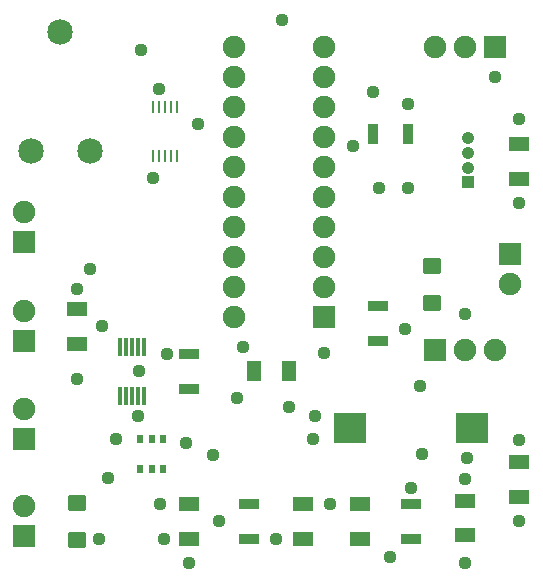
<source format=gbs>
G04 ================== begin FILE IDENTIFICATION RECORD ==================*
G04 Layout Name:  WCSA_SystemSchem_4-Layer.brd*
G04 Film Name:    SMB*
G04 File Format:  Gerber RS274X*
G04 File Origin:  Cadence Allegro 17.4-S013*
G04 Origin Date:  Thu May  5 23:29:30 2022*
G04 *
G04 Layer:  VIA CLASS/SOLDERMASK_BOTTOM*
G04 Layer:  PIN/SOLDERMASK_BOTTOM*
G04 *
G04 Offset:    (0.00 0.00)*
G04 Mirror:    No*
G04 Mode:      Positive*
G04 Rotation:  0*
G04 FullContactRelief:  No*
G04 UndefLineWidth:     5.00*
G04 ================== end FILE IDENTIFICATION RECORD ====================*
%FSLAX25Y25*MOIN*%
%IR0*IPPOS*OFA0.00000B0.00000*MIA0B0*SFA1.00000B1.00000*%
%ADD25C,.041*%
%ADD18R,.009X.042*%
%ADD15C,.044*%
%ADD24R,.041X.041*%
%ADD11C,.075*%
%ADD12C,.085*%
%ADD10R,.075X.075*%
%ADD21R,.105X.1*%
%ADD17R,.012X.059*%
%ADD16R,.02X.03156*%
%ADD19R,.06811X.03819*%
%ADD22R,.03819X.06811*%
%ADD23R,.07165X.04882*%
%ADD14R,.07165X.04567*%
%ADD20R,.04567X.07165*%
%AMMACRO13*
4,1,40,.03091,-.01924,
.03091,.01924,
.030792,.020582,
.030443,.021884,
.029874,.023105,
.029101,.024209,
.028148,.025162,
.027044,.025935,
.025822,.026504,
.02452,.026853,
.02318,.02697,
-.02318,.02697,
-.024522,.026852,
-.025824,.026503,
-.027045,.025934,
-.028149,.025161,
-.029102,.024208,
-.029875,.023104,
-.030444,.021882,
-.030793,.02058,
-.03091,.01924,
-.03091,-.01924,
-.030792,-.020582,
-.030443,-.021884,
-.029874,-.023105,
-.029101,-.024209,
-.028148,-.025162,
-.027044,-.025935,
-.025822,-.026504,
-.02452,-.026853,
-.02318,-.02697,
.02318,-.02697,
.024522,-.026852,
.025824,-.026503,
.027045,-.025934,
.028149,-.025161,
.029102,-.024208,
.029875,-.023104,
.030444,-.021882,
.030793,-.02058,
.03091,-.01924,
0.0*
%
%ADD13MACRO13*%
%LPD*%
G75*
G54D10*
X-80000Y-80000D03*
Y-47500D03*
Y-15000D03*
Y18000D03*
X20000Y-7000D03*
X57000Y-18000D03*
X82000Y14000D03*
X77000Y83000D03*
G54D20*
X-3307Y-25000D03*
X8307D03*
G54D11*
X-80000Y-70000D03*
Y-37500D03*
Y-5000D03*
Y28000D03*
X-10000Y-7000D03*
Y3000D03*
Y13000D03*
Y23000D03*
Y33000D03*
Y43000D03*
Y53000D03*
Y63000D03*
Y73000D03*
Y83000D03*
X20000Y13000D03*
Y3000D03*
Y43000D03*
Y33000D03*
Y23000D03*
Y63000D03*
Y53000D03*
Y73000D03*
Y83000D03*
X67000Y-18000D03*
Y83000D03*
X57000D03*
X77000Y-18000D03*
X82000Y4000D03*
G54D21*
X28750Y-44000D03*
X69250D03*
G54D12*
X-77842Y48630D03*
X-58158D03*
X-68000Y88000D03*
G54D13*
X-62500Y-81299D03*
Y-68780D03*
X56000Y-2299D03*
Y10220D03*
G54D22*
X36173Y54000D03*
X47827D03*
G54D14*
X-62500Y-15807D03*
Y-4193D03*
X-25000Y-80807D03*
Y-69193D03*
X13000Y-80807D03*
Y-69193D03*
X32000Y-80807D03*
Y-69193D03*
X85000Y-55193D03*
Y-66807D03*
Y39193D03*
Y50807D03*
G54D23*
X67000Y-79669D03*
Y-68331D03*
G54D24*
X68000Y38000D03*
G54D15*
X-62500Y-27500D03*
Y2500D03*
X-58000Y9000D03*
X-55000Y-80827D03*
X-33500Y-80807D03*
X-34807Y-69193D03*
X-52000Y-60500D03*
X-49500Y-47600D03*
X-42000Y-40000D03*
X-41700Y-24700D03*
X-32400Y-19173D03*
X-54086Y-10000D03*
X-37100Y39400D03*
X-34950Y69000D03*
X-41000Y82200D03*
X-25000Y-89000D03*
X-15000Y-75000D03*
X-9000Y-34000D03*
X-17000Y-53000D03*
X-26000Y-48900D03*
X-6927Y-16928D03*
X-22000Y57500D03*
X4000Y-80807D03*
X16400Y-47500D03*
X17000Y-40000D03*
X8307Y-37000D03*
X6000Y92000D03*
X42000Y-87000D03*
X22000Y-69193D03*
X20000Y-19000D03*
X38400Y36000D03*
X29600Y50000D03*
X36173Y68300D03*
X67000Y-89000D03*
Y-61000D03*
X67500Y-54000D03*
X49000Y-64000D03*
X52500Y-52500D03*
X52000Y-30000D03*
X67000Y-6000D03*
X47000Y-11000D03*
X47800Y36200D03*
X47827Y64173D03*
X85000Y-75000D03*
Y-48000D03*
Y31000D03*
Y59000D03*
X77000Y73000D03*
G54D16*
X-41250Y-57400D03*
X-37500D03*
X-33750D03*
Y-47600D03*
X-37500D03*
X-41250D03*
G54D25*
X68000Y42921D03*
Y52764D03*
Y47843D03*
G54D17*
X-46000Y-33100D03*
X-44000D03*
X-42000D03*
X-40100D03*
X-47900D03*
X-40100Y-16900D03*
X-42000D03*
X-44000D03*
X-46000D03*
X-47900D03*
G54D18*
X-36950Y46800D03*
X-34950D03*
X-33000D03*
Y63200D03*
X-34950D03*
X-36950D03*
X-31000Y46800D03*
X-29050D03*
Y63200D03*
X-31000D03*
G54D19*
X-5000Y-80827D03*
Y-69173D03*
X-25000Y-30827D03*
Y-19173D03*
X38000Y-14827D03*
Y-3173D03*
X49000Y-80827D03*
Y-69173D03*
M02*

</source>
